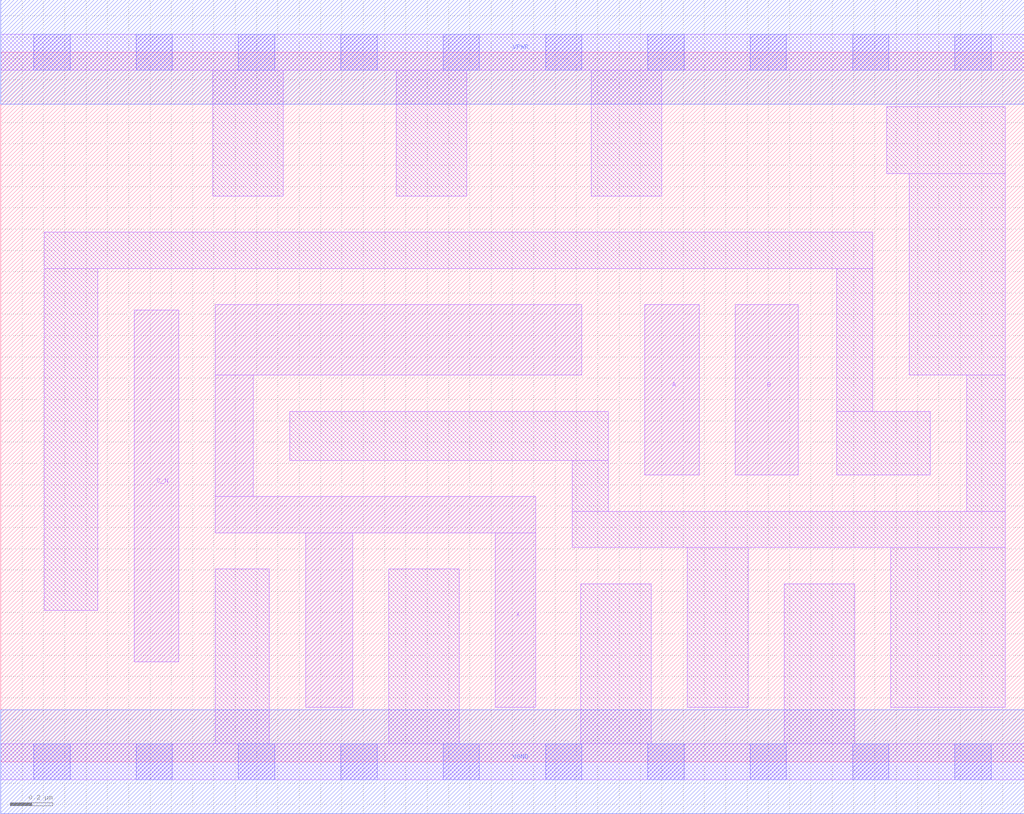
<source format=lef>
# Copyright 2020 The SkyWater PDK Authors
#
# Licensed under the Apache License, Version 2.0 (the "License");
# you may not use this file except in compliance with the License.
# You may obtain a copy of the License at
#
#     https://www.apache.org/licenses/LICENSE-2.0
#
# Unless required by applicable law or agreed to in writing, software
# distributed under the License is distributed on an "AS IS" BASIS,
# WITHOUT WARRANTIES OR CONDITIONS OF ANY KIND, either express or implied.
# See the License for the specific language governing permissions and
# limitations under the License.
#
# SPDX-License-Identifier: Apache-2.0

VERSION 5.7 ;
  NAMESCASESENSITIVE ON ;
  NOWIREEXTENSIONATPIN ON ;
  DIVIDERCHAR "/" ;
  BUSBITCHARS "[]" ;
UNITS
  DATABASE MICRONS 200 ;
END UNITS
MACRO sky130_fd_sc_lp__or3b_4
  CLASS CORE ;
  SOURCE USER ;
  FOREIGN sky130_fd_sc_lp__or3b_4 ;
  ORIGIN  0.000000  0.000000 ;
  SIZE  4.800000 BY  3.330000 ;
  SYMMETRY X Y R90 ;
  SITE unit ;
  PIN A
    ANTENNAGATEAREA  0.315000 ;
    DIRECTION INPUT ;
    USE SIGNAL ;
    PORT
      LAYER li1 ;
        RECT 3.020000 1.345000 3.275000 2.145000 ;
    END
  END A
  PIN B
    ANTENNAGATEAREA  0.315000 ;
    DIRECTION INPUT ;
    USE SIGNAL ;
    PORT
      LAYER li1 ;
        RECT 3.445000 1.345000 3.740000 2.145000 ;
    END
  END B
  PIN C_N
    ANTENNAGATEAREA  0.126000 ;
    DIRECTION INPUT ;
    USE SIGNAL ;
    PORT
      LAYER li1 ;
        RECT 0.625000 0.470000 0.835000 2.120000 ;
    END
  END C_N
  PIN X
    ANTENNADIFFAREA  1.176000 ;
    DIRECTION OUTPUT ;
    USE SIGNAL ;
    PORT
      LAYER li1 ;
        RECT 1.005000 1.075000 2.510000 1.245000 ;
        RECT 1.005000 1.245000 1.185000 1.815000 ;
        RECT 1.005000 1.815000 2.725000 2.145000 ;
        RECT 1.430000 0.255000 1.650000 1.075000 ;
        RECT 2.320000 0.255000 2.510000 1.075000 ;
    END
  END X
  PIN VGND
    DIRECTION INOUT ;
    USE GROUND ;
    PORT
      LAYER met1 ;
        RECT 0.000000 -0.245000 4.800000 0.245000 ;
    END
  END VGND
  PIN VPWR
    DIRECTION INOUT ;
    USE POWER ;
    PORT
      LAYER met1 ;
        RECT 0.000000 3.085000 4.800000 3.575000 ;
    END
  END VPWR
  OBS
    LAYER li1 ;
      RECT 0.000000 -0.085000 4.800000 0.085000 ;
      RECT 0.000000  3.245000 4.800000 3.415000 ;
      RECT 0.205000  0.710000 0.455000 2.315000 ;
      RECT 0.205000  2.315000 4.090000 2.485000 ;
      RECT 0.995000  2.655000 1.325000 3.245000 ;
      RECT 1.005000  0.085000 1.260000 0.905000 ;
      RECT 1.355000  1.415000 2.850000 1.645000 ;
      RECT 1.820000  0.085000 2.150000 0.905000 ;
      RECT 1.855000  2.655000 2.185000 3.245000 ;
      RECT 2.680000  1.005000 4.710000 1.175000 ;
      RECT 2.680000  1.175000 2.850000 1.415000 ;
      RECT 2.720000  0.085000 3.050000 0.835000 ;
      RECT 2.770000  2.655000 3.100000 3.245000 ;
      RECT 3.220000  0.255000 3.505000 1.005000 ;
      RECT 3.675000  0.085000 4.005000 0.835000 ;
      RECT 3.920000  1.345000 4.360000 1.645000 ;
      RECT 3.920000  1.645000 4.090000 2.315000 ;
      RECT 4.155000  2.760000 4.710000 3.075000 ;
      RECT 4.175000  0.255000 4.710000 1.005000 ;
      RECT 4.260000  1.815000 4.710000 2.760000 ;
      RECT 4.530000  1.175000 4.710000 1.815000 ;
    LAYER mcon ;
      RECT 0.155000 -0.085000 0.325000 0.085000 ;
      RECT 0.155000  3.245000 0.325000 3.415000 ;
      RECT 0.635000 -0.085000 0.805000 0.085000 ;
      RECT 0.635000  3.245000 0.805000 3.415000 ;
      RECT 1.115000 -0.085000 1.285000 0.085000 ;
      RECT 1.115000  3.245000 1.285000 3.415000 ;
      RECT 1.595000 -0.085000 1.765000 0.085000 ;
      RECT 1.595000  3.245000 1.765000 3.415000 ;
      RECT 2.075000 -0.085000 2.245000 0.085000 ;
      RECT 2.075000  3.245000 2.245000 3.415000 ;
      RECT 2.555000 -0.085000 2.725000 0.085000 ;
      RECT 2.555000  3.245000 2.725000 3.415000 ;
      RECT 3.035000 -0.085000 3.205000 0.085000 ;
      RECT 3.035000  3.245000 3.205000 3.415000 ;
      RECT 3.515000 -0.085000 3.685000 0.085000 ;
      RECT 3.515000  3.245000 3.685000 3.415000 ;
      RECT 3.995000 -0.085000 4.165000 0.085000 ;
      RECT 3.995000  3.245000 4.165000 3.415000 ;
      RECT 4.475000 -0.085000 4.645000 0.085000 ;
      RECT 4.475000  3.245000 4.645000 3.415000 ;
  END
END sky130_fd_sc_lp__or3b_4
END LIBRARY

</source>
